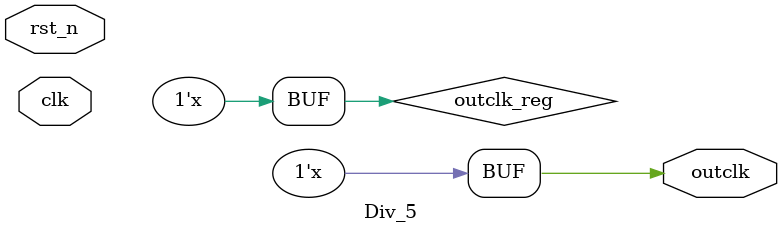
<source format=v>
`timescale 1ns / 1ps

// ºê¶¨Òå¶¨ÒåÕ¼¿Õ±È£¬´Ë´¦Ö»ÄÜ½ÓÊÜÕýÕûÊý£¬ÇÒ²»³¬¹ýÎª4
`define neg_region 4

// `define pos_region	3

module Div_5(
	input wire clk,
	input wire rst_n,
	output wire outclk
    );
	 
	 reg [2:0] counter;
	 reg outclk_reg;
	 
	
	 
	 always@(negedge rst_n or posedge clk) begin
		
		if(!rst_n) 
		begin
			counter <= 3'b000;
			outclk_reg <= 1'b0;
		end
		else
		counter <= counter + 1;
		end

		always @(counter) 
		begin
		
			if( counter == (3'd`neg_region + 1'b1))
			outclk_reg <= !outclk_reg;
			
			if(counter == 3'b110)
			begin
				outclk_reg <= !outclk_reg;
				counter <= 3'b001;
			end
			
		end
		
		assign outclk = outclk_reg;
		



endmodule

</source>
